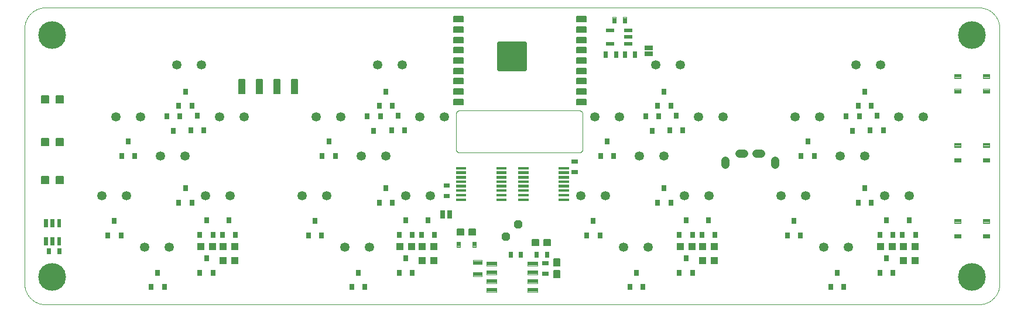
<source format=gts>
G75*
%MOIN*%
%OFA0B0*%
%FSLAX25Y25*%
%IPPOS*%
%LPD*%
%AMOC8*
5,1,8,0,0,1.08239X$1,22.5*
%
%ADD10C,0.00197*%
%ADD11C,0.11811*%
%ADD12C,0.00210*%
%ADD13C,0.00354*%
%ADD14C,0.05315*%
%ADD15R,0.04331X0.03937*%
%ADD16R,0.03150X0.03543*%
%ADD17C,0.00531*%
%ADD18C,0.02569*%
%ADD19C,0.00390*%
%ADD20C,0.00325*%
%ADD21C,0.00709*%
%ADD22C,0.00413*%
%ADD23C,0.00591*%
%ADD24C,0.00372*%
%ADD25OC8,0.04800*%
%ADD26R,0.02500X0.05000*%
%ADD27C,0.00384*%
%ADD28C,0.04724*%
%ADD29R,0.04724X0.02165*%
%ADD30R,0.05000X0.02500*%
%ADD31C,0.15811*%
D10*
X0036217Y0015280D02*
X0567713Y0015280D01*
X0567998Y0015283D01*
X0568284Y0015294D01*
X0568569Y0015311D01*
X0568853Y0015335D01*
X0569137Y0015366D01*
X0569420Y0015404D01*
X0569701Y0015449D01*
X0569982Y0015500D01*
X0570262Y0015558D01*
X0570540Y0015623D01*
X0570816Y0015695D01*
X0571090Y0015773D01*
X0571363Y0015858D01*
X0571633Y0015950D01*
X0571901Y0016048D01*
X0572167Y0016152D01*
X0572430Y0016263D01*
X0572690Y0016380D01*
X0572948Y0016503D01*
X0573202Y0016633D01*
X0573453Y0016769D01*
X0573701Y0016910D01*
X0573945Y0017058D01*
X0574186Y0017211D01*
X0574422Y0017371D01*
X0574655Y0017536D01*
X0574884Y0017706D01*
X0575109Y0017882D01*
X0575329Y0018064D01*
X0575545Y0018250D01*
X0575756Y0018442D01*
X0575963Y0018639D01*
X0576165Y0018841D01*
X0576362Y0019048D01*
X0576554Y0019259D01*
X0576740Y0019475D01*
X0576922Y0019695D01*
X0577098Y0019920D01*
X0577268Y0020149D01*
X0577433Y0020382D01*
X0577593Y0020618D01*
X0577746Y0020859D01*
X0577894Y0021103D01*
X0578035Y0021351D01*
X0578171Y0021602D01*
X0578301Y0021856D01*
X0578424Y0022114D01*
X0578541Y0022374D01*
X0578652Y0022637D01*
X0578756Y0022903D01*
X0578854Y0023171D01*
X0578946Y0023441D01*
X0579031Y0023714D01*
X0579109Y0023988D01*
X0579181Y0024264D01*
X0579246Y0024542D01*
X0579304Y0024822D01*
X0579355Y0025103D01*
X0579400Y0025384D01*
X0579438Y0025667D01*
X0579469Y0025951D01*
X0579493Y0026235D01*
X0579510Y0026520D01*
X0579521Y0026806D01*
X0579524Y0027091D01*
X0579524Y0172760D01*
X0579521Y0173045D01*
X0579510Y0173331D01*
X0579493Y0173616D01*
X0579469Y0173900D01*
X0579438Y0174184D01*
X0579400Y0174467D01*
X0579355Y0174748D01*
X0579304Y0175029D01*
X0579246Y0175309D01*
X0579181Y0175587D01*
X0579109Y0175863D01*
X0579031Y0176137D01*
X0578946Y0176410D01*
X0578854Y0176680D01*
X0578756Y0176948D01*
X0578652Y0177214D01*
X0578541Y0177477D01*
X0578424Y0177737D01*
X0578301Y0177995D01*
X0578171Y0178249D01*
X0578035Y0178500D01*
X0577894Y0178748D01*
X0577746Y0178992D01*
X0577593Y0179233D01*
X0577433Y0179469D01*
X0577268Y0179702D01*
X0577098Y0179931D01*
X0576922Y0180156D01*
X0576740Y0180376D01*
X0576554Y0180592D01*
X0576362Y0180803D01*
X0576165Y0181010D01*
X0575963Y0181212D01*
X0575756Y0181409D01*
X0575545Y0181601D01*
X0575329Y0181787D01*
X0575109Y0181969D01*
X0574884Y0182145D01*
X0574655Y0182315D01*
X0574422Y0182480D01*
X0574186Y0182640D01*
X0573945Y0182793D01*
X0573701Y0182941D01*
X0573453Y0183082D01*
X0573202Y0183218D01*
X0572948Y0183348D01*
X0572690Y0183471D01*
X0572430Y0183588D01*
X0572167Y0183699D01*
X0571901Y0183803D01*
X0571633Y0183901D01*
X0571363Y0183993D01*
X0571090Y0184078D01*
X0570816Y0184156D01*
X0570540Y0184228D01*
X0570262Y0184293D01*
X0569982Y0184351D01*
X0569701Y0184402D01*
X0569420Y0184447D01*
X0569137Y0184485D01*
X0568853Y0184516D01*
X0568569Y0184540D01*
X0568284Y0184557D01*
X0567998Y0184568D01*
X0567713Y0184571D01*
X0036217Y0184571D01*
X0035932Y0184568D01*
X0035646Y0184557D01*
X0035361Y0184540D01*
X0035077Y0184516D01*
X0034793Y0184485D01*
X0034510Y0184447D01*
X0034229Y0184402D01*
X0033948Y0184351D01*
X0033668Y0184293D01*
X0033390Y0184228D01*
X0033114Y0184156D01*
X0032840Y0184078D01*
X0032567Y0183993D01*
X0032297Y0183901D01*
X0032029Y0183803D01*
X0031763Y0183699D01*
X0031500Y0183588D01*
X0031240Y0183471D01*
X0030982Y0183348D01*
X0030728Y0183218D01*
X0030477Y0183082D01*
X0030229Y0182941D01*
X0029985Y0182793D01*
X0029744Y0182640D01*
X0029508Y0182480D01*
X0029275Y0182315D01*
X0029046Y0182145D01*
X0028821Y0181969D01*
X0028601Y0181787D01*
X0028385Y0181601D01*
X0028174Y0181409D01*
X0027967Y0181212D01*
X0027765Y0181010D01*
X0027568Y0180803D01*
X0027376Y0180592D01*
X0027190Y0180376D01*
X0027008Y0180156D01*
X0026832Y0179931D01*
X0026662Y0179702D01*
X0026497Y0179469D01*
X0026337Y0179233D01*
X0026184Y0178992D01*
X0026036Y0178748D01*
X0025895Y0178500D01*
X0025759Y0178249D01*
X0025629Y0177995D01*
X0025506Y0177737D01*
X0025389Y0177477D01*
X0025278Y0177214D01*
X0025174Y0176948D01*
X0025076Y0176680D01*
X0024984Y0176410D01*
X0024899Y0176137D01*
X0024821Y0175863D01*
X0024749Y0175587D01*
X0024684Y0175309D01*
X0024626Y0175029D01*
X0024575Y0174748D01*
X0024530Y0174467D01*
X0024492Y0174184D01*
X0024461Y0173900D01*
X0024437Y0173616D01*
X0024420Y0173331D01*
X0024409Y0173045D01*
X0024406Y0172760D01*
X0024406Y0027091D01*
X0024409Y0026806D01*
X0024420Y0026520D01*
X0024437Y0026235D01*
X0024461Y0025951D01*
X0024492Y0025667D01*
X0024530Y0025384D01*
X0024575Y0025103D01*
X0024626Y0024822D01*
X0024684Y0024542D01*
X0024749Y0024264D01*
X0024821Y0023988D01*
X0024899Y0023714D01*
X0024984Y0023441D01*
X0025076Y0023171D01*
X0025174Y0022903D01*
X0025278Y0022637D01*
X0025389Y0022374D01*
X0025506Y0022114D01*
X0025629Y0021856D01*
X0025759Y0021602D01*
X0025895Y0021351D01*
X0026036Y0021103D01*
X0026184Y0020859D01*
X0026337Y0020618D01*
X0026497Y0020382D01*
X0026662Y0020149D01*
X0026832Y0019920D01*
X0027008Y0019695D01*
X0027190Y0019475D01*
X0027376Y0019259D01*
X0027568Y0019048D01*
X0027765Y0018841D01*
X0027967Y0018639D01*
X0028174Y0018442D01*
X0028385Y0018250D01*
X0028601Y0018064D01*
X0028821Y0017882D01*
X0029046Y0017706D01*
X0029275Y0017536D01*
X0029508Y0017371D01*
X0029744Y0017211D01*
X0029985Y0017058D01*
X0030229Y0016910D01*
X0030477Y0016769D01*
X0030728Y0016633D01*
X0030982Y0016503D01*
X0031240Y0016380D01*
X0031500Y0016263D01*
X0031763Y0016152D01*
X0032029Y0016048D01*
X0032297Y0015950D01*
X0032567Y0015858D01*
X0032840Y0015773D01*
X0033114Y0015695D01*
X0033390Y0015623D01*
X0033668Y0015558D01*
X0033948Y0015500D01*
X0034229Y0015449D01*
X0034510Y0015404D01*
X0034793Y0015366D01*
X0035077Y0015335D01*
X0035361Y0015311D01*
X0035646Y0015294D01*
X0035932Y0015283D01*
X0036217Y0015280D01*
X0272044Y0101894D02*
X0340154Y0101894D01*
X0340154Y0101893D02*
X0340240Y0101895D01*
X0340326Y0101900D01*
X0340411Y0101910D01*
X0340496Y0101923D01*
X0340580Y0101940D01*
X0340664Y0101960D01*
X0340746Y0101984D01*
X0340827Y0102012D01*
X0340908Y0102043D01*
X0340986Y0102077D01*
X0341063Y0102115D01*
X0341139Y0102157D01*
X0341212Y0102201D01*
X0341283Y0102249D01*
X0341353Y0102300D01*
X0341420Y0102354D01*
X0341484Y0102410D01*
X0341546Y0102470D01*
X0341606Y0102532D01*
X0341662Y0102596D01*
X0341716Y0102663D01*
X0341767Y0102733D01*
X0341815Y0102804D01*
X0341859Y0102878D01*
X0341901Y0102953D01*
X0341939Y0103030D01*
X0341973Y0103108D01*
X0342004Y0103189D01*
X0342032Y0103270D01*
X0342056Y0103352D01*
X0342076Y0103436D01*
X0342093Y0103520D01*
X0342106Y0103605D01*
X0342116Y0103690D01*
X0342121Y0103776D01*
X0342123Y0103862D01*
X0342123Y0123941D01*
X0342121Y0124027D01*
X0342116Y0124113D01*
X0342106Y0124198D01*
X0342093Y0124283D01*
X0342076Y0124367D01*
X0342056Y0124451D01*
X0342032Y0124533D01*
X0342004Y0124614D01*
X0341973Y0124695D01*
X0341939Y0124773D01*
X0341901Y0124850D01*
X0341859Y0124926D01*
X0341815Y0124999D01*
X0341767Y0125070D01*
X0341716Y0125140D01*
X0341662Y0125207D01*
X0341606Y0125271D01*
X0341546Y0125333D01*
X0341484Y0125393D01*
X0341420Y0125449D01*
X0341353Y0125503D01*
X0341283Y0125554D01*
X0341212Y0125602D01*
X0341139Y0125646D01*
X0341063Y0125688D01*
X0340986Y0125726D01*
X0340908Y0125760D01*
X0340827Y0125791D01*
X0340746Y0125819D01*
X0340664Y0125843D01*
X0340580Y0125863D01*
X0340496Y0125880D01*
X0340411Y0125893D01*
X0340326Y0125903D01*
X0340240Y0125908D01*
X0340154Y0125910D01*
X0340154Y0125909D02*
X0272044Y0125909D01*
X0272044Y0125910D02*
X0271958Y0125908D01*
X0271872Y0125903D01*
X0271787Y0125893D01*
X0271702Y0125880D01*
X0271618Y0125863D01*
X0271534Y0125843D01*
X0271452Y0125819D01*
X0271371Y0125791D01*
X0271290Y0125760D01*
X0271212Y0125726D01*
X0271135Y0125688D01*
X0271060Y0125646D01*
X0270986Y0125602D01*
X0270915Y0125554D01*
X0270845Y0125503D01*
X0270778Y0125449D01*
X0270714Y0125393D01*
X0270652Y0125333D01*
X0270592Y0125271D01*
X0270536Y0125207D01*
X0270482Y0125140D01*
X0270431Y0125070D01*
X0270383Y0124999D01*
X0270339Y0124926D01*
X0270297Y0124850D01*
X0270259Y0124773D01*
X0270225Y0124695D01*
X0270194Y0124614D01*
X0270166Y0124533D01*
X0270142Y0124451D01*
X0270122Y0124367D01*
X0270105Y0124283D01*
X0270092Y0124198D01*
X0270082Y0124113D01*
X0270077Y0124027D01*
X0270075Y0123941D01*
X0270075Y0103862D01*
X0270077Y0103776D01*
X0270082Y0103690D01*
X0270092Y0103605D01*
X0270105Y0103520D01*
X0270122Y0103436D01*
X0270142Y0103352D01*
X0270166Y0103270D01*
X0270194Y0103189D01*
X0270225Y0103108D01*
X0270259Y0103030D01*
X0270297Y0102953D01*
X0270339Y0102878D01*
X0270383Y0102804D01*
X0270431Y0102733D01*
X0270482Y0102663D01*
X0270536Y0102596D01*
X0270592Y0102532D01*
X0270652Y0102470D01*
X0270714Y0102410D01*
X0270778Y0102354D01*
X0270845Y0102300D01*
X0270915Y0102249D01*
X0270986Y0102201D01*
X0271060Y0102157D01*
X0271135Y0102115D01*
X0271212Y0102077D01*
X0271290Y0102043D01*
X0271371Y0102012D01*
X0271452Y0101984D01*
X0271534Y0101960D01*
X0271618Y0101940D01*
X0271702Y0101923D01*
X0271787Y0101910D01*
X0271872Y0101900D01*
X0271958Y0101895D01*
X0272044Y0101893D01*
D11*
X0040154Y0168823D03*
X0040154Y0031028D03*
X0563776Y0031028D03*
X0563776Y0168823D03*
D12*
X0333977Y0092582D02*
X0328387Y0092582D01*
X0328387Y0093772D01*
X0333977Y0093772D01*
X0333977Y0092582D01*
X0333977Y0092781D02*
X0328387Y0092781D01*
X0328387Y0092980D02*
X0333977Y0092980D01*
X0333977Y0093179D02*
X0328387Y0093179D01*
X0328387Y0093378D02*
X0333977Y0093378D01*
X0333977Y0093577D02*
X0328387Y0093577D01*
X0328387Y0089982D02*
X0333977Y0089982D01*
X0328387Y0089982D02*
X0328387Y0091172D01*
X0333977Y0091172D01*
X0333977Y0089982D01*
X0333977Y0090181D02*
X0328387Y0090181D01*
X0328387Y0090380D02*
X0333977Y0090380D01*
X0333977Y0090579D02*
X0328387Y0090579D01*
X0328387Y0090778D02*
X0333977Y0090778D01*
X0333977Y0090977D02*
X0328387Y0090977D01*
X0328387Y0087382D02*
X0333977Y0087382D01*
X0328387Y0087382D02*
X0328387Y0088572D01*
X0333977Y0088572D01*
X0333977Y0087382D01*
X0333977Y0087581D02*
X0328387Y0087581D01*
X0328387Y0087780D02*
X0333977Y0087780D01*
X0333977Y0087979D02*
X0328387Y0087979D01*
X0328387Y0088178D02*
X0333977Y0088178D01*
X0333977Y0088377D02*
X0328387Y0088377D01*
X0328387Y0084882D02*
X0333977Y0084882D01*
X0328387Y0084882D02*
X0328387Y0086072D01*
X0333977Y0086072D01*
X0333977Y0084882D01*
X0333977Y0085081D02*
X0328387Y0085081D01*
X0328387Y0085280D02*
X0333977Y0085280D01*
X0333977Y0085479D02*
X0328387Y0085479D01*
X0328387Y0085678D02*
X0333977Y0085678D01*
X0333977Y0085877D02*
X0328387Y0085877D01*
X0328387Y0082282D02*
X0333977Y0082282D01*
X0328387Y0082282D02*
X0328387Y0083472D01*
X0333977Y0083472D01*
X0333977Y0082282D01*
X0333977Y0082481D02*
X0328387Y0082481D01*
X0328387Y0082680D02*
X0333977Y0082680D01*
X0333977Y0082879D02*
X0328387Y0082879D01*
X0328387Y0083078D02*
X0333977Y0083078D01*
X0333977Y0083277D02*
X0328387Y0083277D01*
X0328387Y0079782D02*
X0333977Y0079782D01*
X0328387Y0079782D02*
X0328387Y0080972D01*
X0333977Y0080972D01*
X0333977Y0079782D01*
X0333977Y0079981D02*
X0328387Y0079981D01*
X0328387Y0080180D02*
X0333977Y0080180D01*
X0333977Y0080379D02*
X0328387Y0080379D01*
X0328387Y0080578D02*
X0333977Y0080578D01*
X0333977Y0080777D02*
X0328387Y0080777D01*
X0328387Y0077182D02*
X0333977Y0077182D01*
X0328387Y0077182D02*
X0328387Y0078372D01*
X0333977Y0078372D01*
X0333977Y0077182D01*
X0333977Y0077381D02*
X0328387Y0077381D01*
X0328387Y0077580D02*
X0333977Y0077580D01*
X0333977Y0077779D02*
X0328387Y0077779D01*
X0328387Y0077978D02*
X0333977Y0077978D01*
X0333977Y0078177D02*
X0328387Y0078177D01*
X0328387Y0074582D02*
X0333977Y0074582D01*
X0328387Y0074582D02*
X0328387Y0075772D01*
X0333977Y0075772D01*
X0333977Y0074582D01*
X0333977Y0074781D02*
X0328387Y0074781D01*
X0328387Y0074980D02*
X0333977Y0074980D01*
X0333977Y0075179D02*
X0328387Y0075179D01*
X0328387Y0075378D02*
X0333977Y0075378D01*
X0333977Y0075577D02*
X0328387Y0075577D01*
X0310977Y0074582D02*
X0305387Y0074582D01*
X0305387Y0075772D01*
X0310977Y0075772D01*
X0310977Y0074582D01*
X0310977Y0074781D02*
X0305387Y0074781D01*
X0305387Y0074980D02*
X0310977Y0074980D01*
X0310977Y0075179D02*
X0305387Y0075179D01*
X0305387Y0075378D02*
X0310977Y0075378D01*
X0310977Y0075577D02*
X0305387Y0075577D01*
X0305387Y0077182D02*
X0310977Y0077182D01*
X0305387Y0077182D02*
X0305387Y0078372D01*
X0310977Y0078372D01*
X0310977Y0077182D01*
X0310977Y0077381D02*
X0305387Y0077381D01*
X0305387Y0077580D02*
X0310977Y0077580D01*
X0310977Y0077779D02*
X0305387Y0077779D01*
X0305387Y0077978D02*
X0310977Y0077978D01*
X0310977Y0078177D02*
X0305387Y0078177D01*
X0305387Y0079782D02*
X0310977Y0079782D01*
X0305387Y0079782D02*
X0305387Y0080972D01*
X0310977Y0080972D01*
X0310977Y0079782D01*
X0310977Y0079981D02*
X0305387Y0079981D01*
X0305387Y0080180D02*
X0310977Y0080180D01*
X0310977Y0080379D02*
X0305387Y0080379D01*
X0305387Y0080578D02*
X0310977Y0080578D01*
X0310977Y0080777D02*
X0305387Y0080777D01*
X0305387Y0082282D02*
X0310977Y0082282D01*
X0305387Y0082282D02*
X0305387Y0083472D01*
X0310977Y0083472D01*
X0310977Y0082282D01*
X0310977Y0082481D02*
X0305387Y0082481D01*
X0305387Y0082680D02*
X0310977Y0082680D01*
X0310977Y0082879D02*
X0305387Y0082879D01*
X0305387Y0083078D02*
X0310977Y0083078D01*
X0310977Y0083277D02*
X0305387Y0083277D01*
X0305387Y0084882D02*
X0310977Y0084882D01*
X0305387Y0084882D02*
X0305387Y0086072D01*
X0310977Y0086072D01*
X0310977Y0084882D01*
X0310977Y0085081D02*
X0305387Y0085081D01*
X0305387Y0085280D02*
X0310977Y0085280D01*
X0310977Y0085479D02*
X0305387Y0085479D01*
X0305387Y0085678D02*
X0310977Y0085678D01*
X0310977Y0085877D02*
X0305387Y0085877D01*
X0305387Y0087382D02*
X0310977Y0087382D01*
X0305387Y0087382D02*
X0305387Y0088572D01*
X0310977Y0088572D01*
X0310977Y0087382D01*
X0310977Y0087581D02*
X0305387Y0087581D01*
X0305387Y0087780D02*
X0310977Y0087780D01*
X0310977Y0087979D02*
X0305387Y0087979D01*
X0305387Y0088178D02*
X0310977Y0088178D01*
X0310977Y0088377D02*
X0305387Y0088377D01*
X0305387Y0089982D02*
X0310977Y0089982D01*
X0305387Y0089982D02*
X0305387Y0091172D01*
X0310977Y0091172D01*
X0310977Y0089982D01*
X0310977Y0090181D02*
X0305387Y0090181D01*
X0305387Y0090380D02*
X0310977Y0090380D01*
X0310977Y0090579D02*
X0305387Y0090579D01*
X0305387Y0090778D02*
X0310977Y0090778D01*
X0310977Y0090977D02*
X0305387Y0090977D01*
X0305387Y0092582D02*
X0310977Y0092582D01*
X0305387Y0092582D02*
X0305387Y0093772D01*
X0310977Y0093772D01*
X0310977Y0092582D01*
X0310977Y0092781D02*
X0305387Y0092781D01*
X0305387Y0092980D02*
X0310977Y0092980D01*
X0310977Y0093179D02*
X0305387Y0093179D01*
X0305387Y0093378D02*
X0310977Y0093378D01*
X0310977Y0093577D02*
X0305387Y0093577D01*
X0298544Y0093772D02*
X0292954Y0093772D01*
X0298544Y0093772D02*
X0298544Y0092582D01*
X0292954Y0092582D01*
X0292954Y0093772D01*
X0292954Y0092781D02*
X0298544Y0092781D01*
X0298544Y0092980D02*
X0292954Y0092980D01*
X0292954Y0093179D02*
X0298544Y0093179D01*
X0298544Y0093378D02*
X0292954Y0093378D01*
X0292954Y0093577D02*
X0298544Y0093577D01*
X0298544Y0091172D02*
X0292954Y0091172D01*
X0298544Y0091172D02*
X0298544Y0089982D01*
X0292954Y0089982D01*
X0292954Y0091172D01*
X0292954Y0090181D02*
X0298544Y0090181D01*
X0298544Y0090380D02*
X0292954Y0090380D01*
X0292954Y0090579D02*
X0298544Y0090579D01*
X0298544Y0090778D02*
X0292954Y0090778D01*
X0292954Y0090977D02*
X0298544Y0090977D01*
X0298544Y0088572D02*
X0292954Y0088572D01*
X0298544Y0088572D02*
X0298544Y0087382D01*
X0292954Y0087382D01*
X0292954Y0088572D01*
X0292954Y0087581D02*
X0298544Y0087581D01*
X0298544Y0087780D02*
X0292954Y0087780D01*
X0292954Y0087979D02*
X0298544Y0087979D01*
X0298544Y0088178D02*
X0292954Y0088178D01*
X0292954Y0088377D02*
X0298544Y0088377D01*
X0298544Y0086072D02*
X0292954Y0086072D01*
X0298544Y0086072D02*
X0298544Y0084882D01*
X0292954Y0084882D01*
X0292954Y0086072D01*
X0292954Y0085081D02*
X0298544Y0085081D01*
X0298544Y0085280D02*
X0292954Y0085280D01*
X0292954Y0085479D02*
X0298544Y0085479D01*
X0298544Y0085678D02*
X0292954Y0085678D01*
X0292954Y0085877D02*
X0298544Y0085877D01*
X0298544Y0083472D02*
X0292954Y0083472D01*
X0298544Y0083472D02*
X0298544Y0082282D01*
X0292954Y0082282D01*
X0292954Y0083472D01*
X0292954Y0082481D02*
X0298544Y0082481D01*
X0298544Y0082680D02*
X0292954Y0082680D01*
X0292954Y0082879D02*
X0298544Y0082879D01*
X0298544Y0083078D02*
X0292954Y0083078D01*
X0292954Y0083277D02*
X0298544Y0083277D01*
X0298544Y0080972D02*
X0292954Y0080972D01*
X0298544Y0080972D02*
X0298544Y0079782D01*
X0292954Y0079782D01*
X0292954Y0080972D01*
X0292954Y0079981D02*
X0298544Y0079981D01*
X0298544Y0080180D02*
X0292954Y0080180D01*
X0292954Y0080379D02*
X0298544Y0080379D01*
X0298544Y0080578D02*
X0292954Y0080578D01*
X0292954Y0080777D02*
X0298544Y0080777D01*
X0298544Y0078372D02*
X0292954Y0078372D01*
X0298544Y0078372D02*
X0298544Y0077182D01*
X0292954Y0077182D01*
X0292954Y0078372D01*
X0292954Y0077381D02*
X0298544Y0077381D01*
X0298544Y0077580D02*
X0292954Y0077580D01*
X0292954Y0077779D02*
X0298544Y0077779D01*
X0298544Y0077978D02*
X0292954Y0077978D01*
X0292954Y0078177D02*
X0298544Y0078177D01*
X0298544Y0075772D02*
X0292954Y0075772D01*
X0298544Y0075772D02*
X0298544Y0074582D01*
X0292954Y0074582D01*
X0292954Y0075772D01*
X0292954Y0074781D02*
X0298544Y0074781D01*
X0298544Y0074980D02*
X0292954Y0074980D01*
X0292954Y0075179D02*
X0298544Y0075179D01*
X0298544Y0075378D02*
X0292954Y0075378D01*
X0292954Y0075577D02*
X0298544Y0075577D01*
X0275544Y0075772D02*
X0269954Y0075772D01*
X0275544Y0075772D02*
X0275544Y0074582D01*
X0269954Y0074582D01*
X0269954Y0075772D01*
X0269954Y0074781D02*
X0275544Y0074781D01*
X0275544Y0074980D02*
X0269954Y0074980D01*
X0269954Y0075179D02*
X0275544Y0075179D01*
X0275544Y0075378D02*
X0269954Y0075378D01*
X0269954Y0075577D02*
X0275544Y0075577D01*
X0275544Y0078372D02*
X0269954Y0078372D01*
X0275544Y0078372D02*
X0275544Y0077182D01*
X0269954Y0077182D01*
X0269954Y0078372D01*
X0269954Y0077381D02*
X0275544Y0077381D01*
X0275544Y0077580D02*
X0269954Y0077580D01*
X0269954Y0077779D02*
X0275544Y0077779D01*
X0275544Y0077978D02*
X0269954Y0077978D01*
X0269954Y0078177D02*
X0275544Y0078177D01*
X0275544Y0080972D02*
X0269954Y0080972D01*
X0275544Y0080972D02*
X0275544Y0079782D01*
X0269954Y0079782D01*
X0269954Y0080972D01*
X0269954Y0079981D02*
X0275544Y0079981D01*
X0275544Y0080180D02*
X0269954Y0080180D01*
X0269954Y0080379D02*
X0275544Y0080379D01*
X0275544Y0080578D02*
X0269954Y0080578D01*
X0269954Y0080777D02*
X0275544Y0080777D01*
X0275544Y0083472D02*
X0269954Y0083472D01*
X0275544Y0083472D02*
X0275544Y0082282D01*
X0269954Y0082282D01*
X0269954Y0083472D01*
X0269954Y0082481D02*
X0275544Y0082481D01*
X0275544Y0082680D02*
X0269954Y0082680D01*
X0269954Y0082879D02*
X0275544Y0082879D01*
X0275544Y0083078D02*
X0269954Y0083078D01*
X0269954Y0083277D02*
X0275544Y0083277D01*
X0275544Y0086072D02*
X0269954Y0086072D01*
X0275544Y0086072D02*
X0275544Y0084882D01*
X0269954Y0084882D01*
X0269954Y0086072D01*
X0269954Y0085081D02*
X0275544Y0085081D01*
X0275544Y0085280D02*
X0269954Y0085280D01*
X0269954Y0085479D02*
X0275544Y0085479D01*
X0275544Y0085678D02*
X0269954Y0085678D01*
X0269954Y0085877D02*
X0275544Y0085877D01*
X0275544Y0088572D02*
X0269954Y0088572D01*
X0275544Y0088572D02*
X0275544Y0087382D01*
X0269954Y0087382D01*
X0269954Y0088572D01*
X0269954Y0087581D02*
X0275544Y0087581D01*
X0275544Y0087780D02*
X0269954Y0087780D01*
X0269954Y0087979D02*
X0275544Y0087979D01*
X0275544Y0088178D02*
X0269954Y0088178D01*
X0269954Y0088377D02*
X0275544Y0088377D01*
X0275544Y0091172D02*
X0269954Y0091172D01*
X0275544Y0091172D02*
X0275544Y0089982D01*
X0269954Y0089982D01*
X0269954Y0091172D01*
X0269954Y0090181D02*
X0275544Y0090181D01*
X0275544Y0090380D02*
X0269954Y0090380D01*
X0269954Y0090579D02*
X0275544Y0090579D01*
X0275544Y0090778D02*
X0269954Y0090778D01*
X0269954Y0090977D02*
X0275544Y0090977D01*
X0275544Y0093772D02*
X0269954Y0093772D01*
X0275544Y0093772D02*
X0275544Y0092582D01*
X0269954Y0092582D01*
X0269954Y0093772D01*
X0269954Y0092781D02*
X0275544Y0092781D01*
X0275544Y0092980D02*
X0269954Y0092980D01*
X0269954Y0093179D02*
X0275544Y0093179D01*
X0275544Y0093378D02*
X0269954Y0093378D01*
X0269954Y0093577D02*
X0275544Y0093577D01*
D13*
X0266158Y0084197D02*
X0266158Y0082189D01*
X0262970Y0082189D01*
X0262970Y0084197D01*
X0266158Y0084197D01*
X0266158Y0082525D02*
X0262970Y0082525D01*
X0262970Y0082861D02*
X0266158Y0082861D01*
X0266158Y0083197D02*
X0262970Y0083197D01*
X0262970Y0083533D02*
X0266158Y0083533D01*
X0266158Y0083869D02*
X0262970Y0083869D01*
X0266158Y0078291D02*
X0266158Y0076283D01*
X0262970Y0076283D01*
X0262970Y0078291D01*
X0266158Y0078291D01*
X0266158Y0076619D02*
X0262970Y0076619D01*
X0262970Y0076955D02*
X0266158Y0076955D01*
X0266158Y0077291D02*
X0262970Y0077291D01*
X0262970Y0077627D02*
X0266158Y0077627D01*
X0266158Y0077963D02*
X0262970Y0077963D01*
X0335804Y0090063D02*
X0335804Y0092071D01*
X0338992Y0092071D01*
X0338992Y0090063D01*
X0335804Y0090063D01*
X0335804Y0090399D02*
X0338992Y0090399D01*
X0338992Y0090735D02*
X0335804Y0090735D01*
X0335804Y0091071D02*
X0338992Y0091071D01*
X0338992Y0091407D02*
X0335804Y0091407D01*
X0335804Y0091743D02*
X0338992Y0091743D01*
X0335804Y0095968D02*
X0335804Y0097976D01*
X0338992Y0097976D01*
X0338992Y0095968D01*
X0335804Y0095968D01*
X0335804Y0096304D02*
X0338992Y0096304D01*
X0338992Y0096640D02*
X0335804Y0096640D01*
X0335804Y0096976D02*
X0338992Y0096976D01*
X0338992Y0097312D02*
X0335804Y0097312D01*
X0335804Y0097648D02*
X0338992Y0097648D01*
X0322654Y0042229D02*
X0320646Y0042229D01*
X0320646Y0045417D01*
X0322654Y0045417D01*
X0322654Y0042229D01*
X0322654Y0042565D02*
X0320646Y0042565D01*
X0320646Y0042901D02*
X0322654Y0042901D01*
X0322654Y0043237D02*
X0320646Y0043237D01*
X0320646Y0043573D02*
X0322654Y0043573D01*
X0322654Y0043909D02*
X0320646Y0043909D01*
X0320646Y0044245D02*
X0322654Y0044245D01*
X0322654Y0044581D02*
X0320646Y0044581D01*
X0320646Y0044917D02*
X0322654Y0044917D01*
X0322654Y0045253D02*
X0320646Y0045253D01*
X0316749Y0042229D02*
X0314741Y0042229D01*
X0314741Y0045417D01*
X0316749Y0045417D01*
X0316749Y0042229D01*
X0316749Y0042565D02*
X0314741Y0042565D01*
X0314741Y0042901D02*
X0316749Y0042901D01*
X0316749Y0043237D02*
X0314741Y0043237D01*
X0314741Y0043573D02*
X0316749Y0043573D01*
X0316749Y0043909D02*
X0314741Y0043909D01*
X0314741Y0044245D02*
X0316749Y0044245D01*
X0316749Y0044581D02*
X0314741Y0044581D01*
X0314741Y0044917D02*
X0316749Y0044917D01*
X0316749Y0045253D02*
X0314741Y0045253D01*
X0307890Y0042229D02*
X0305882Y0042229D01*
X0305882Y0045417D01*
X0307890Y0045417D01*
X0307890Y0042229D01*
X0307890Y0042565D02*
X0305882Y0042565D01*
X0305882Y0042901D02*
X0307890Y0042901D01*
X0307890Y0043237D02*
X0305882Y0043237D01*
X0305882Y0043573D02*
X0307890Y0043573D01*
X0307890Y0043909D02*
X0305882Y0043909D01*
X0305882Y0044245D02*
X0307890Y0044245D01*
X0307890Y0044581D02*
X0305882Y0044581D01*
X0305882Y0044917D02*
X0307890Y0044917D01*
X0307890Y0045253D02*
X0305882Y0045253D01*
X0301985Y0042229D02*
X0299977Y0042229D01*
X0299977Y0045417D01*
X0301985Y0045417D01*
X0301985Y0042229D01*
X0301985Y0042565D02*
X0299977Y0042565D01*
X0299977Y0042901D02*
X0301985Y0042901D01*
X0301985Y0043237D02*
X0299977Y0043237D01*
X0299977Y0043573D02*
X0301985Y0043573D01*
X0301985Y0043909D02*
X0299977Y0043909D01*
X0299977Y0044245D02*
X0301985Y0044245D01*
X0301985Y0044581D02*
X0299977Y0044581D01*
X0299977Y0044917D02*
X0301985Y0044917D01*
X0301985Y0045253D02*
X0299977Y0045253D01*
X0319072Y0039906D02*
X0319072Y0037898D01*
X0319072Y0039906D02*
X0322260Y0039906D01*
X0322260Y0037898D01*
X0319072Y0037898D01*
X0319072Y0038234D02*
X0322260Y0038234D01*
X0322260Y0038570D02*
X0319072Y0038570D01*
X0319072Y0038906D02*
X0322260Y0038906D01*
X0322260Y0039242D02*
X0319072Y0039242D01*
X0319072Y0039578D02*
X0322260Y0039578D01*
X0319072Y0034000D02*
X0319072Y0031992D01*
X0319072Y0034000D02*
X0322260Y0034000D01*
X0322260Y0031992D01*
X0319072Y0031992D01*
X0319072Y0032328D02*
X0322260Y0032328D01*
X0322260Y0032664D02*
X0319072Y0032664D01*
X0319072Y0033000D02*
X0322260Y0033000D01*
X0322260Y0033336D02*
X0319072Y0033336D01*
X0319072Y0033672D02*
X0322260Y0033672D01*
X0045095Y0047385D02*
X0043087Y0047385D01*
X0045095Y0047385D02*
X0045095Y0044197D01*
X0043087Y0044197D01*
X0043087Y0047385D01*
X0043087Y0044533D02*
X0045095Y0044533D01*
X0045095Y0044869D02*
X0043087Y0044869D01*
X0043087Y0045205D02*
X0045095Y0045205D01*
X0045095Y0045541D02*
X0043087Y0045541D01*
X0043087Y0045877D02*
X0045095Y0045877D01*
X0045095Y0046213D02*
X0043087Y0046213D01*
X0043087Y0046549D02*
X0045095Y0046549D01*
X0045095Y0046885D02*
X0043087Y0046885D01*
X0043087Y0047221D02*
X0045095Y0047221D01*
X0039190Y0047385D02*
X0037182Y0047385D01*
X0039190Y0047385D02*
X0039190Y0044197D01*
X0037182Y0044197D01*
X0037182Y0047385D01*
X0037182Y0044533D02*
X0039190Y0044533D01*
X0039190Y0044869D02*
X0037182Y0044869D01*
X0037182Y0045205D02*
X0039190Y0045205D01*
X0039190Y0045541D02*
X0037182Y0045541D01*
X0037182Y0045877D02*
X0039190Y0045877D01*
X0039190Y0046213D02*
X0037182Y0046213D01*
X0037182Y0046549D02*
X0039190Y0046549D01*
X0039190Y0046885D02*
X0037182Y0046885D01*
X0037182Y0047221D02*
X0039190Y0047221D01*
X0354111Y0159590D02*
X0356119Y0159590D01*
X0356119Y0156402D01*
X0354111Y0156402D01*
X0354111Y0159590D01*
X0354111Y0156738D02*
X0356119Y0156738D01*
X0356119Y0157074D02*
X0354111Y0157074D01*
X0354111Y0157410D02*
X0356119Y0157410D01*
X0356119Y0157746D02*
X0354111Y0157746D01*
X0354111Y0158082D02*
X0356119Y0158082D01*
X0356119Y0158418D02*
X0354111Y0158418D01*
X0354111Y0158754D02*
X0356119Y0158754D01*
X0356119Y0159090D02*
X0354111Y0159090D01*
X0354111Y0159426D02*
X0356119Y0159426D01*
X0360016Y0159590D02*
X0362024Y0159590D01*
X0362024Y0156402D01*
X0360016Y0156402D01*
X0360016Y0159590D01*
X0360016Y0156738D02*
X0362024Y0156738D01*
X0362024Y0157074D02*
X0360016Y0157074D01*
X0360016Y0157410D02*
X0362024Y0157410D01*
X0362024Y0157746D02*
X0360016Y0157746D01*
X0360016Y0158082D02*
X0362024Y0158082D01*
X0362024Y0158418D02*
X0360016Y0158418D01*
X0360016Y0158754D02*
X0362024Y0158754D01*
X0362024Y0159090D02*
X0360016Y0159090D01*
X0360016Y0159426D02*
X0362024Y0159426D01*
X0364938Y0156402D02*
X0366946Y0156402D01*
X0364938Y0156402D02*
X0364938Y0159590D01*
X0366946Y0159590D01*
X0366946Y0156402D01*
X0366946Y0156738D02*
X0364938Y0156738D01*
X0364938Y0157074D02*
X0366946Y0157074D01*
X0366946Y0157410D02*
X0364938Y0157410D01*
X0364938Y0157746D02*
X0366946Y0157746D01*
X0366946Y0158082D02*
X0364938Y0158082D01*
X0364938Y0158418D02*
X0366946Y0158418D01*
X0366946Y0158754D02*
X0364938Y0158754D01*
X0364938Y0159090D02*
X0366946Y0159090D01*
X0366946Y0159426D02*
X0364938Y0159426D01*
X0370843Y0156402D02*
X0372851Y0156402D01*
X0370843Y0156402D02*
X0370843Y0159590D01*
X0372851Y0159590D01*
X0372851Y0156402D01*
X0372851Y0156738D02*
X0370843Y0156738D01*
X0370843Y0157074D02*
X0372851Y0157074D01*
X0372851Y0157410D02*
X0370843Y0157410D01*
X0370843Y0157746D02*
X0372851Y0157746D01*
X0372851Y0158082D02*
X0370843Y0158082D01*
X0370843Y0158418D02*
X0372851Y0158418D01*
X0372851Y0158754D02*
X0370843Y0158754D01*
X0370843Y0159090D02*
X0372851Y0159090D01*
X0372851Y0159426D02*
X0370843Y0159426D01*
X0366946Y0176087D02*
X0364938Y0176087D01*
X0364938Y0179275D01*
X0366946Y0179275D01*
X0366946Y0176087D01*
X0366946Y0176423D02*
X0364938Y0176423D01*
X0364938Y0176759D02*
X0366946Y0176759D01*
X0366946Y0177095D02*
X0364938Y0177095D01*
X0364938Y0177431D02*
X0366946Y0177431D01*
X0366946Y0177767D02*
X0364938Y0177767D01*
X0364938Y0178103D02*
X0366946Y0178103D01*
X0366946Y0178439D02*
X0364938Y0178439D01*
X0364938Y0178775D02*
X0366946Y0178775D01*
X0366946Y0179111D02*
X0364938Y0179111D01*
X0361040Y0176087D02*
X0359032Y0176087D01*
X0359032Y0179275D01*
X0361040Y0179275D01*
X0361040Y0176087D01*
X0361040Y0176423D02*
X0359032Y0176423D01*
X0359032Y0176759D02*
X0361040Y0176759D01*
X0361040Y0177095D02*
X0359032Y0177095D01*
X0359032Y0177431D02*
X0361040Y0177431D01*
X0361040Y0177767D02*
X0359032Y0177767D01*
X0359032Y0178103D02*
X0361040Y0178103D01*
X0361040Y0178439D02*
X0359032Y0178439D01*
X0359032Y0178775D02*
X0361040Y0178775D01*
X0361040Y0179111D02*
X0359032Y0179111D01*
D14*
X0383656Y0151780D03*
X0397656Y0151780D03*
X0407956Y0122280D03*
X0421956Y0122280D03*
X0463129Y0122280D03*
X0477129Y0122280D03*
X0522129Y0122280D03*
X0536129Y0122280D03*
X0502629Y0099780D03*
X0488629Y0099780D03*
X0469129Y0077280D03*
X0455129Y0077280D03*
X0413956Y0077280D03*
X0399956Y0077280D03*
X0354956Y0077280D03*
X0340956Y0077280D03*
X0374456Y0099780D03*
X0388456Y0099780D03*
X0362956Y0122280D03*
X0348956Y0122280D03*
X0263570Y0122280D03*
X0249570Y0122280D03*
X0204570Y0122280D03*
X0190570Y0122280D03*
X0149397Y0122280D03*
X0135397Y0122280D03*
X0090397Y0122280D03*
X0076397Y0122280D03*
X0101897Y0099780D03*
X0115897Y0099780D03*
X0127397Y0077280D03*
X0141397Y0077280D03*
X0182570Y0077280D03*
X0196570Y0077280D03*
X0241570Y0077280D03*
X0255570Y0077280D03*
X0230070Y0099780D03*
X0216070Y0099780D03*
X0082397Y0077280D03*
X0068397Y0077280D03*
X0092697Y0047780D03*
X0106697Y0047780D03*
X0206870Y0047780D03*
X0220870Y0047780D03*
X0365256Y0047780D03*
X0379256Y0047780D03*
X0479429Y0047780D03*
X0493429Y0047780D03*
X0514129Y0077280D03*
X0528129Y0077280D03*
X0511829Y0151780D03*
X0497829Y0151780D03*
X0239270Y0151780D03*
X0225270Y0151780D03*
X0125097Y0151780D03*
X0111097Y0151780D03*
D15*
X0124603Y0048154D03*
X0131296Y0048154D03*
X0137398Y0048154D03*
X0144091Y0048154D03*
X0144091Y0040280D03*
X0137398Y0040280D03*
X0237989Y0048154D03*
X0244682Y0048154D03*
X0250784Y0048154D03*
X0257477Y0048154D03*
X0257477Y0040280D03*
X0250784Y0040280D03*
X0397635Y0048154D03*
X0404327Y0048154D03*
X0410430Y0048154D03*
X0417123Y0048154D03*
X0417123Y0040280D03*
X0410430Y0040280D03*
X0511808Y0048154D03*
X0518501Y0048154D03*
X0524603Y0048154D03*
X0531296Y0048154D03*
X0531296Y0040280D03*
X0524603Y0040280D03*
D16*
X0515154Y0041657D03*
X0511414Y0033390D03*
X0518894Y0033390D03*
X0490745Y0025122D03*
X0483264Y0025122D03*
X0487005Y0033390D03*
X0466138Y0054650D03*
X0458658Y0054650D03*
X0462398Y0062917D03*
X0499012Y0073350D03*
X0506493Y0073350D03*
X0502753Y0081618D03*
X0474012Y0099925D03*
X0466532Y0099925D03*
X0470272Y0108193D03*
X0495863Y0114295D03*
X0505902Y0114689D03*
X0513383Y0114689D03*
X0509642Y0122957D03*
X0499603Y0122563D03*
X0492123Y0122563D03*
X0499012Y0128469D03*
X0506493Y0128469D03*
X0502753Y0136736D03*
X0399209Y0114689D03*
X0391729Y0114689D03*
X0381690Y0114295D03*
X0385430Y0122563D03*
X0377949Y0122563D03*
X0384839Y0128469D03*
X0392320Y0128469D03*
X0395469Y0122957D03*
X0388579Y0136736D03*
X0356099Y0108193D03*
X0352359Y0099925D03*
X0359839Y0099925D03*
X0388579Y0081618D03*
X0384839Y0073350D03*
X0392320Y0073350D03*
X0400981Y0063311D03*
X0413776Y0063311D03*
X0410036Y0055043D03*
X0404721Y0055043D03*
X0397241Y0055043D03*
X0417516Y0055043D03*
X0400981Y0041657D03*
X0404721Y0033390D03*
X0397241Y0033390D03*
X0376572Y0025122D03*
X0369091Y0025122D03*
X0372831Y0033390D03*
X0351965Y0054650D03*
X0344485Y0054650D03*
X0348225Y0062917D03*
X0257871Y0055043D03*
X0250390Y0055043D03*
X0245075Y0055043D03*
X0237595Y0055043D03*
X0241335Y0063311D03*
X0254131Y0063311D03*
X0233855Y0073350D03*
X0226375Y0073350D03*
X0230115Y0081618D03*
X0201375Y0099925D03*
X0193894Y0099925D03*
X0197635Y0108193D03*
X0223225Y0114295D03*
X0233264Y0114689D03*
X0240745Y0114689D03*
X0237005Y0122957D03*
X0226965Y0122563D03*
X0219485Y0122563D03*
X0226375Y0128469D03*
X0233855Y0128469D03*
X0230115Y0136736D03*
X0126572Y0114689D03*
X0119091Y0114689D03*
X0109052Y0114295D03*
X0112792Y0122563D03*
X0105312Y0122563D03*
X0112201Y0128469D03*
X0119682Y0128469D03*
X0122831Y0122957D03*
X0115942Y0136736D03*
X0083461Y0108193D03*
X0079721Y0099925D03*
X0087201Y0099925D03*
X0115942Y0081618D03*
X0119682Y0073350D03*
X0112201Y0073350D03*
X0127949Y0063311D03*
X0140745Y0063311D03*
X0144485Y0055043D03*
X0137005Y0055043D03*
X0131690Y0055043D03*
X0124209Y0055043D03*
X0127949Y0041657D03*
X0124209Y0033390D03*
X0131690Y0033390D03*
X0103934Y0025122D03*
X0096453Y0025122D03*
X0100194Y0033390D03*
X0079327Y0054650D03*
X0071847Y0054650D03*
X0075587Y0062917D03*
X0186020Y0054650D03*
X0193501Y0054650D03*
X0189760Y0062917D03*
X0241335Y0041657D03*
X0237595Y0033390D03*
X0245075Y0033390D03*
X0218107Y0025122D03*
X0210627Y0025122D03*
X0214367Y0033390D03*
X0511414Y0055043D03*
X0518894Y0055043D03*
X0524209Y0055043D03*
X0531690Y0055043D03*
X0527949Y0063311D03*
X0515154Y0063311D03*
D17*
X0343964Y0132337D02*
X0338648Y0132337D01*
X0343964Y0132337D02*
X0343964Y0129325D01*
X0338648Y0129325D01*
X0338648Y0132337D01*
X0338648Y0129829D02*
X0343964Y0129829D01*
X0343964Y0130333D02*
X0338648Y0130333D01*
X0338648Y0130837D02*
X0343964Y0130837D01*
X0343964Y0131341D02*
X0338648Y0131341D01*
X0338648Y0131845D02*
X0343964Y0131845D01*
X0343964Y0138242D02*
X0338648Y0138242D01*
X0343964Y0138242D02*
X0343964Y0135230D01*
X0338648Y0135230D01*
X0338648Y0138242D01*
X0338648Y0135734D02*
X0343964Y0135734D01*
X0343964Y0136238D02*
X0338648Y0136238D01*
X0338648Y0136742D02*
X0343964Y0136742D01*
X0343964Y0137246D02*
X0338648Y0137246D01*
X0338648Y0137750D02*
X0343964Y0137750D01*
X0343964Y0144148D02*
X0338648Y0144148D01*
X0343964Y0144148D02*
X0343964Y0141136D01*
X0338648Y0141136D01*
X0338648Y0144148D01*
X0338648Y0141640D02*
X0343964Y0141640D01*
X0343964Y0142144D02*
X0338648Y0142144D01*
X0338648Y0142648D02*
X0343964Y0142648D01*
X0343964Y0143152D02*
X0338648Y0143152D01*
X0338648Y0143656D02*
X0343964Y0143656D01*
X0343964Y0150053D02*
X0338648Y0150053D01*
X0343964Y0150053D02*
X0343964Y0147041D01*
X0338648Y0147041D01*
X0338648Y0150053D01*
X0338648Y0147545D02*
X0343964Y0147545D01*
X0343964Y0148049D02*
X0338648Y0148049D01*
X0338648Y0148553D02*
X0343964Y0148553D01*
X0343964Y0149057D02*
X0338648Y0149057D01*
X0338648Y0149561D02*
X0343964Y0149561D01*
X0343964Y0155959D02*
X0338648Y0155959D01*
X0343964Y0155959D02*
X0343964Y0152947D01*
X0338648Y0152947D01*
X0338648Y0155959D01*
X0338648Y0153451D02*
X0343964Y0153451D01*
X0343964Y0153955D02*
X0338648Y0153955D01*
X0338648Y0154459D02*
X0343964Y0154459D01*
X0343964Y0154963D02*
X0338648Y0154963D01*
X0338648Y0155467D02*
X0343964Y0155467D01*
X0343964Y0161864D02*
X0338648Y0161864D01*
X0343964Y0161864D02*
X0343964Y0158852D01*
X0338648Y0158852D01*
X0338648Y0161864D01*
X0338648Y0159356D02*
X0343964Y0159356D01*
X0343964Y0159860D02*
X0338648Y0159860D01*
X0338648Y0160364D02*
X0343964Y0160364D01*
X0343964Y0160868D02*
X0338648Y0160868D01*
X0338648Y0161372D02*
X0343964Y0161372D01*
X0343964Y0167770D02*
X0338648Y0167770D01*
X0343964Y0167770D02*
X0343964Y0164758D01*
X0338648Y0164758D01*
X0338648Y0167770D01*
X0338648Y0165262D02*
X0343964Y0165262D01*
X0343964Y0165766D02*
X0338648Y0165766D01*
X0338648Y0166270D02*
X0343964Y0166270D01*
X0343964Y0166774D02*
X0338648Y0166774D01*
X0338648Y0167278D02*
X0343964Y0167278D01*
X0343964Y0173675D02*
X0338648Y0173675D01*
X0343964Y0173675D02*
X0343964Y0170663D01*
X0338648Y0170663D01*
X0338648Y0173675D01*
X0338648Y0171167D02*
X0343964Y0171167D01*
X0343964Y0171671D02*
X0338648Y0171671D01*
X0338648Y0172175D02*
X0343964Y0172175D01*
X0343964Y0172679D02*
X0338648Y0172679D01*
X0338648Y0173183D02*
X0343964Y0173183D01*
X0343964Y0179581D02*
X0338648Y0179581D01*
X0343964Y0179581D02*
X0343964Y0176569D01*
X0338648Y0176569D01*
X0338648Y0179581D01*
X0338648Y0177073D02*
X0343964Y0177073D01*
X0343964Y0177577D02*
X0338648Y0177577D01*
X0338648Y0178081D02*
X0343964Y0178081D01*
X0343964Y0178585D02*
X0338648Y0178585D01*
X0338648Y0179089D02*
X0343964Y0179089D01*
X0273944Y0179581D02*
X0268628Y0179581D01*
X0273944Y0179581D02*
X0273944Y0176569D01*
X0268628Y0176569D01*
X0268628Y0179581D01*
X0268628Y0177073D02*
X0273944Y0177073D01*
X0273944Y0177577D02*
X0268628Y0177577D01*
X0268628Y0178081D02*
X0273944Y0178081D01*
X0273944Y0178585D02*
X0268628Y0178585D01*
X0268628Y0179089D02*
X0273944Y0179089D01*
X0273944Y0173675D02*
X0268628Y0173675D01*
X0273944Y0173675D02*
X0273944Y0170663D01*
X0268628Y0170663D01*
X0268628Y0173675D01*
X0268628Y0171167D02*
X0273944Y0171167D01*
X0273944Y0171671D02*
X0268628Y0171671D01*
X0268628Y0172175D02*
X0273944Y0172175D01*
X0273944Y0172679D02*
X0268628Y0172679D01*
X0268628Y0173183D02*
X0273944Y0173183D01*
X0273944Y0167770D02*
X0268628Y0167770D01*
X0273944Y0167770D02*
X0273944Y0164758D01*
X0268628Y0164758D01*
X0268628Y0167770D01*
X0268628Y0165262D02*
X0273944Y0165262D01*
X0273944Y0165766D02*
X0268628Y0165766D01*
X0268628Y0166270D02*
X0273944Y0166270D01*
X0273944Y0166774D02*
X0268628Y0166774D01*
X0268628Y0167278D02*
X0273944Y0167278D01*
X0273944Y0161864D02*
X0268628Y0161864D01*
X0273944Y0161864D02*
X0273944Y0158852D01*
X0268628Y0158852D01*
X0268628Y0161864D01*
X0268628Y0159356D02*
X0273944Y0159356D01*
X0273944Y0159860D02*
X0268628Y0159860D01*
X0268628Y0160364D02*
X0273944Y0160364D01*
X0273944Y0160868D02*
X0268628Y0160868D01*
X0268628Y0161372D02*
X0273944Y0161372D01*
X0273944Y0155959D02*
X0268628Y0155959D01*
X0273944Y0155959D02*
X0273944Y0152947D01*
X0268628Y0152947D01*
X0268628Y0155959D01*
X0268628Y0153451D02*
X0273944Y0153451D01*
X0273944Y0153955D02*
X0268628Y0153955D01*
X0268628Y0154459D02*
X0273944Y0154459D01*
X0273944Y0154963D02*
X0268628Y0154963D01*
X0268628Y0155467D02*
X0273944Y0155467D01*
X0273944Y0150053D02*
X0268628Y0150053D01*
X0273944Y0150053D02*
X0273944Y0147041D01*
X0268628Y0147041D01*
X0268628Y0150053D01*
X0268628Y0147545D02*
X0273944Y0147545D01*
X0273944Y0148049D02*
X0268628Y0148049D01*
X0268628Y0148553D02*
X0273944Y0148553D01*
X0273944Y0149057D02*
X0268628Y0149057D01*
X0268628Y0149561D02*
X0273944Y0149561D01*
X0273944Y0144148D02*
X0268628Y0144148D01*
X0273944Y0144148D02*
X0273944Y0141136D01*
X0268628Y0141136D01*
X0268628Y0144148D01*
X0268628Y0141640D02*
X0273944Y0141640D01*
X0273944Y0142144D02*
X0268628Y0142144D01*
X0268628Y0142648D02*
X0273944Y0142648D01*
X0273944Y0143152D02*
X0268628Y0143152D01*
X0268628Y0143656D02*
X0273944Y0143656D01*
X0273944Y0138242D02*
X0268628Y0138242D01*
X0273944Y0138242D02*
X0273944Y0135230D01*
X0268628Y0135230D01*
X0268628Y0138242D01*
X0268628Y0135734D02*
X0273944Y0135734D01*
X0273944Y0136238D02*
X0268628Y0136238D01*
X0268628Y0136742D02*
X0273944Y0136742D01*
X0273944Y0137246D02*
X0268628Y0137246D01*
X0268628Y0137750D02*
X0273944Y0137750D01*
X0273944Y0132337D02*
X0268628Y0132337D01*
X0273944Y0132337D02*
X0273944Y0129325D01*
X0268628Y0129325D01*
X0268628Y0132337D01*
X0268628Y0129829D02*
X0273944Y0129829D01*
X0273944Y0130333D02*
X0268628Y0130333D01*
X0268628Y0130837D02*
X0273944Y0130837D01*
X0273944Y0131341D02*
X0268628Y0131341D01*
X0268628Y0131845D02*
X0273944Y0131845D01*
D18*
X0294607Y0164015D02*
X0309165Y0164015D01*
X0309165Y0149457D01*
X0294607Y0149457D01*
X0294607Y0164015D01*
X0294607Y0151898D02*
X0309165Y0151898D01*
X0309165Y0154339D02*
X0294607Y0154339D01*
X0294607Y0156780D02*
X0309165Y0156780D01*
X0309165Y0159221D02*
X0294607Y0159221D01*
X0294607Y0161662D02*
X0309165Y0161662D01*
D19*
X0310867Y0039633D02*
X0310867Y0037423D01*
X0310867Y0039633D02*
X0316477Y0039633D01*
X0316477Y0037423D01*
X0310867Y0037423D01*
X0310867Y0037793D02*
X0316477Y0037793D01*
X0316477Y0038163D02*
X0310867Y0038163D01*
X0310867Y0038533D02*
X0316477Y0038533D01*
X0316477Y0038903D02*
X0310867Y0038903D01*
X0310867Y0039273D02*
X0316477Y0039273D01*
X0310867Y0034633D02*
X0310867Y0032423D01*
X0310867Y0034633D02*
X0316477Y0034633D01*
X0316477Y0032423D01*
X0310867Y0032423D01*
X0310867Y0032793D02*
X0316477Y0032793D01*
X0316477Y0033163D02*
X0310867Y0033163D01*
X0310867Y0033533D02*
X0316477Y0033533D01*
X0316477Y0033903D02*
X0310867Y0033903D01*
X0310867Y0034273D02*
X0316477Y0034273D01*
X0310867Y0029633D02*
X0310867Y0027423D01*
X0310867Y0029633D02*
X0316477Y0029633D01*
X0316477Y0027423D01*
X0310867Y0027423D01*
X0310867Y0027793D02*
X0316477Y0027793D01*
X0316477Y0028163D02*
X0310867Y0028163D01*
X0310867Y0028533D02*
X0316477Y0028533D01*
X0316477Y0028903D02*
X0310867Y0028903D01*
X0310867Y0029273D02*
X0316477Y0029273D01*
X0310867Y0024633D02*
X0310867Y0022423D01*
X0310867Y0024633D02*
X0316477Y0024633D01*
X0316477Y0022423D01*
X0310867Y0022423D01*
X0310867Y0022793D02*
X0316477Y0022793D01*
X0316477Y0023163D02*
X0310867Y0023163D01*
X0310867Y0023533D02*
X0316477Y0023533D01*
X0316477Y0023903D02*
X0310867Y0023903D01*
X0310867Y0024273D02*
X0316477Y0024273D01*
X0287454Y0024633D02*
X0287454Y0022423D01*
X0287454Y0024633D02*
X0293064Y0024633D01*
X0293064Y0022423D01*
X0287454Y0022423D01*
X0287454Y0022793D02*
X0293064Y0022793D01*
X0293064Y0023163D02*
X0287454Y0023163D01*
X0287454Y0023533D02*
X0293064Y0023533D01*
X0293064Y0023903D02*
X0287454Y0023903D01*
X0287454Y0024273D02*
X0293064Y0024273D01*
X0287454Y0027423D02*
X0287454Y0029633D01*
X0293064Y0029633D01*
X0293064Y0027423D01*
X0287454Y0027423D01*
X0287454Y0027793D02*
X0293064Y0027793D01*
X0293064Y0028163D02*
X0287454Y0028163D01*
X0287454Y0028533D02*
X0293064Y0028533D01*
X0293064Y0028903D02*
X0287454Y0028903D01*
X0287454Y0029273D02*
X0293064Y0029273D01*
X0287454Y0032423D02*
X0287454Y0034633D01*
X0293064Y0034633D01*
X0293064Y0032423D01*
X0287454Y0032423D01*
X0287454Y0032793D02*
X0293064Y0032793D01*
X0293064Y0033163D02*
X0287454Y0033163D01*
X0287454Y0033533D02*
X0293064Y0033533D01*
X0293064Y0033903D02*
X0287454Y0033903D01*
X0287454Y0034273D02*
X0293064Y0034273D01*
X0287454Y0037423D02*
X0287454Y0039633D01*
X0293064Y0039633D01*
X0293064Y0037423D01*
X0287454Y0037423D01*
X0287454Y0037793D02*
X0293064Y0037793D01*
X0293064Y0038163D02*
X0287454Y0038163D01*
X0287454Y0038533D02*
X0293064Y0038533D01*
X0293064Y0038903D02*
X0287454Y0038903D01*
X0287454Y0039273D02*
X0293064Y0039273D01*
D20*
X0044814Y0049300D02*
X0042974Y0049300D01*
X0042974Y0053700D01*
X0044814Y0053700D01*
X0044814Y0049300D01*
X0044814Y0049609D02*
X0042974Y0049609D01*
X0042974Y0049918D02*
X0044814Y0049918D01*
X0044814Y0050227D02*
X0042974Y0050227D01*
X0042974Y0050536D02*
X0044814Y0050536D01*
X0044814Y0050845D02*
X0042974Y0050845D01*
X0042974Y0051154D02*
X0044814Y0051154D01*
X0044814Y0051463D02*
X0042974Y0051463D01*
X0042974Y0051772D02*
X0044814Y0051772D01*
X0044814Y0052081D02*
X0042974Y0052081D01*
X0042974Y0052390D02*
X0044814Y0052390D01*
X0044814Y0052699D02*
X0042974Y0052699D01*
X0042974Y0053008D02*
X0044814Y0053008D01*
X0044814Y0053317D02*
X0042974Y0053317D01*
X0042974Y0053626D02*
X0044814Y0053626D01*
X0041074Y0049300D02*
X0039234Y0049300D01*
X0039234Y0053700D01*
X0041074Y0053700D01*
X0041074Y0049300D01*
X0041074Y0049609D02*
X0039234Y0049609D01*
X0039234Y0049918D02*
X0041074Y0049918D01*
X0041074Y0050227D02*
X0039234Y0050227D01*
X0039234Y0050536D02*
X0041074Y0050536D01*
X0041074Y0050845D02*
X0039234Y0050845D01*
X0039234Y0051154D02*
X0041074Y0051154D01*
X0041074Y0051463D02*
X0039234Y0051463D01*
X0039234Y0051772D02*
X0041074Y0051772D01*
X0041074Y0052081D02*
X0039234Y0052081D01*
X0039234Y0052390D02*
X0041074Y0052390D01*
X0041074Y0052699D02*
X0039234Y0052699D01*
X0039234Y0053008D02*
X0041074Y0053008D01*
X0041074Y0053317D02*
X0039234Y0053317D01*
X0039234Y0053626D02*
X0041074Y0053626D01*
X0037334Y0049300D02*
X0035494Y0049300D01*
X0035494Y0053700D01*
X0037334Y0053700D01*
X0037334Y0049300D01*
X0037334Y0049609D02*
X0035494Y0049609D01*
X0035494Y0049918D02*
X0037334Y0049918D01*
X0037334Y0050227D02*
X0035494Y0050227D01*
X0035494Y0050536D02*
X0037334Y0050536D01*
X0037334Y0050845D02*
X0035494Y0050845D01*
X0035494Y0051154D02*
X0037334Y0051154D01*
X0037334Y0051463D02*
X0035494Y0051463D01*
X0035494Y0051772D02*
X0037334Y0051772D01*
X0037334Y0052081D02*
X0035494Y0052081D01*
X0035494Y0052390D02*
X0037334Y0052390D01*
X0037334Y0052699D02*
X0035494Y0052699D01*
X0035494Y0053008D02*
X0037334Y0053008D01*
X0037334Y0053317D02*
X0035494Y0053317D01*
X0035494Y0053626D02*
X0037334Y0053626D01*
X0037334Y0059536D02*
X0035494Y0059536D01*
X0035494Y0063936D01*
X0037334Y0063936D01*
X0037334Y0059536D01*
X0037334Y0059845D02*
X0035494Y0059845D01*
X0035494Y0060154D02*
X0037334Y0060154D01*
X0037334Y0060463D02*
X0035494Y0060463D01*
X0035494Y0060772D02*
X0037334Y0060772D01*
X0037334Y0061081D02*
X0035494Y0061081D01*
X0035494Y0061390D02*
X0037334Y0061390D01*
X0037334Y0061699D02*
X0035494Y0061699D01*
X0035494Y0062008D02*
X0037334Y0062008D01*
X0037334Y0062317D02*
X0035494Y0062317D01*
X0035494Y0062626D02*
X0037334Y0062626D01*
X0037334Y0062935D02*
X0035494Y0062935D01*
X0035494Y0063244D02*
X0037334Y0063244D01*
X0037334Y0063553D02*
X0035494Y0063553D01*
X0035494Y0063862D02*
X0037334Y0063862D01*
X0039234Y0059536D02*
X0041074Y0059536D01*
X0039234Y0059536D02*
X0039234Y0063936D01*
X0041074Y0063936D01*
X0041074Y0059536D01*
X0041074Y0059845D02*
X0039234Y0059845D01*
X0039234Y0060154D02*
X0041074Y0060154D01*
X0041074Y0060463D02*
X0039234Y0060463D01*
X0039234Y0060772D02*
X0041074Y0060772D01*
X0041074Y0061081D02*
X0039234Y0061081D01*
X0039234Y0061390D02*
X0041074Y0061390D01*
X0041074Y0061699D02*
X0039234Y0061699D01*
X0039234Y0062008D02*
X0041074Y0062008D01*
X0041074Y0062317D02*
X0039234Y0062317D01*
X0039234Y0062626D02*
X0041074Y0062626D01*
X0041074Y0062935D02*
X0039234Y0062935D01*
X0039234Y0063244D02*
X0041074Y0063244D01*
X0041074Y0063553D02*
X0039234Y0063553D01*
X0039234Y0063862D02*
X0041074Y0063862D01*
X0042974Y0059536D02*
X0044814Y0059536D01*
X0042974Y0059536D02*
X0042974Y0063936D01*
X0044814Y0063936D01*
X0044814Y0059536D01*
X0044814Y0059845D02*
X0042974Y0059845D01*
X0042974Y0060154D02*
X0044814Y0060154D01*
X0044814Y0060463D02*
X0042974Y0060463D01*
X0042974Y0060772D02*
X0044814Y0060772D01*
X0044814Y0061081D02*
X0042974Y0061081D01*
X0042974Y0061390D02*
X0044814Y0061390D01*
X0044814Y0061699D02*
X0042974Y0061699D01*
X0042974Y0062008D02*
X0044814Y0062008D01*
X0044814Y0062317D02*
X0042974Y0062317D01*
X0042974Y0062626D02*
X0044814Y0062626D01*
X0044814Y0062935D02*
X0042974Y0062935D01*
X0042974Y0063244D02*
X0044814Y0063244D01*
X0044814Y0063553D02*
X0042974Y0063553D01*
X0042974Y0063862D02*
X0044814Y0063862D01*
D21*
X0042280Y0084138D02*
X0042280Y0088154D01*
X0046296Y0088154D01*
X0046296Y0084138D01*
X0042280Y0084138D01*
X0042280Y0084812D02*
X0046296Y0084812D01*
X0046296Y0085486D02*
X0042280Y0085486D01*
X0042280Y0086160D02*
X0046296Y0086160D01*
X0046296Y0086834D02*
X0042280Y0086834D01*
X0042280Y0087508D02*
X0046296Y0087508D01*
X0034012Y0088154D02*
X0034012Y0084138D01*
X0034012Y0088154D02*
X0038028Y0088154D01*
X0038028Y0084138D01*
X0034012Y0084138D01*
X0034012Y0084812D02*
X0038028Y0084812D01*
X0038028Y0085486D02*
X0034012Y0085486D01*
X0034012Y0086160D02*
X0038028Y0086160D01*
X0038028Y0086834D02*
X0034012Y0086834D01*
X0034012Y0087508D02*
X0038028Y0087508D01*
X0034012Y0105791D02*
X0034012Y0109807D01*
X0038028Y0109807D01*
X0038028Y0105791D01*
X0034012Y0105791D01*
X0034012Y0106465D02*
X0038028Y0106465D01*
X0038028Y0107139D02*
X0034012Y0107139D01*
X0034012Y0107813D02*
X0038028Y0107813D01*
X0038028Y0108487D02*
X0034012Y0108487D01*
X0034012Y0109161D02*
X0038028Y0109161D01*
X0042280Y0109807D02*
X0042280Y0105791D01*
X0042280Y0109807D02*
X0046296Y0109807D01*
X0046296Y0105791D01*
X0042280Y0105791D01*
X0042280Y0106465D02*
X0046296Y0106465D01*
X0046296Y0107139D02*
X0042280Y0107139D01*
X0042280Y0107813D02*
X0046296Y0107813D01*
X0046296Y0108487D02*
X0042280Y0108487D01*
X0042280Y0109161D02*
X0046296Y0109161D01*
X0042280Y0130398D02*
X0042280Y0134414D01*
X0046296Y0134414D01*
X0046296Y0130398D01*
X0042280Y0130398D01*
X0042280Y0131072D02*
X0046296Y0131072D01*
X0046296Y0131746D02*
X0042280Y0131746D01*
X0042280Y0132420D02*
X0046296Y0132420D01*
X0046296Y0133094D02*
X0042280Y0133094D01*
X0042280Y0133768D02*
X0046296Y0133768D01*
X0034012Y0134414D02*
X0034012Y0130398D01*
X0034012Y0134414D02*
X0038028Y0134414D01*
X0038028Y0130398D01*
X0034012Y0130398D01*
X0034012Y0131072D02*
X0038028Y0131072D01*
X0038028Y0131746D02*
X0034012Y0131746D01*
X0034012Y0132420D02*
X0038028Y0132420D01*
X0038028Y0133094D02*
X0034012Y0133094D01*
X0034012Y0133768D02*
X0038028Y0133768D01*
D22*
X0279730Y0040467D02*
X0279730Y0038123D01*
X0279730Y0040467D02*
X0284830Y0040467D01*
X0284830Y0038123D01*
X0279730Y0038123D01*
X0279730Y0038515D02*
X0284830Y0038515D01*
X0284830Y0038907D02*
X0279730Y0038907D01*
X0279730Y0039299D02*
X0284830Y0039299D01*
X0284830Y0039691D02*
X0279730Y0039691D01*
X0279730Y0040083D02*
X0284830Y0040083D01*
X0279730Y0033774D02*
X0279730Y0031430D01*
X0279730Y0033774D02*
X0284830Y0033774D01*
X0284830Y0031430D01*
X0279730Y0031430D01*
X0279730Y0031822D02*
X0284830Y0031822D01*
X0284830Y0032214D02*
X0279730Y0032214D01*
X0279730Y0032606D02*
X0284830Y0032606D01*
X0284830Y0032998D02*
X0279730Y0032998D01*
X0279730Y0033390D02*
X0284830Y0033390D01*
D23*
X0325883Y0034472D02*
X0325883Y0030732D01*
X0325883Y0034472D02*
X0329229Y0034472D01*
X0329229Y0030732D01*
X0325883Y0030732D01*
X0325883Y0031293D02*
X0329229Y0031293D01*
X0329229Y0031854D02*
X0325883Y0031854D01*
X0325883Y0032415D02*
X0329229Y0032415D01*
X0329229Y0032976D02*
X0325883Y0032976D01*
X0325883Y0033537D02*
X0329229Y0033537D01*
X0329229Y0034098D02*
X0325883Y0034098D01*
X0325883Y0037425D02*
X0325883Y0041165D01*
X0329229Y0041165D01*
X0329229Y0037425D01*
X0325883Y0037425D01*
X0325883Y0037986D02*
X0329229Y0037986D01*
X0329229Y0038547D02*
X0325883Y0038547D01*
X0325883Y0039108D02*
X0329229Y0039108D01*
X0329229Y0039669D02*
X0325883Y0039669D01*
X0325883Y0040230D02*
X0329229Y0040230D01*
X0329229Y0040791D02*
X0325883Y0040791D01*
X0323914Y0049040D02*
X0320174Y0049040D01*
X0320174Y0052386D01*
X0323914Y0052386D01*
X0323914Y0049040D01*
X0323914Y0049601D02*
X0320174Y0049601D01*
X0320174Y0050162D02*
X0323914Y0050162D01*
X0323914Y0050723D02*
X0320174Y0050723D01*
X0320174Y0051284D02*
X0323914Y0051284D01*
X0323914Y0051845D02*
X0320174Y0051845D01*
X0317221Y0049040D02*
X0313481Y0049040D01*
X0313481Y0052386D01*
X0317221Y0052386D01*
X0317221Y0049040D01*
X0317221Y0049601D02*
X0313481Y0049601D01*
X0313481Y0050162D02*
X0317221Y0050162D01*
X0317221Y0050723D02*
X0313481Y0050723D01*
X0313481Y0051284D02*
X0317221Y0051284D01*
X0317221Y0051845D02*
X0313481Y0051845D01*
X0281197Y0058291D02*
X0277457Y0058291D01*
X0281197Y0058291D02*
X0281197Y0054945D01*
X0277457Y0054945D01*
X0277457Y0058291D01*
X0277457Y0055506D02*
X0281197Y0055506D01*
X0281197Y0056067D02*
X0277457Y0056067D01*
X0277457Y0056628D02*
X0281197Y0056628D01*
X0281197Y0057189D02*
X0277457Y0057189D01*
X0277457Y0057750D02*
X0281197Y0057750D01*
X0274505Y0058291D02*
X0270765Y0058291D01*
X0274505Y0058291D02*
X0274505Y0054945D01*
X0270765Y0054945D01*
X0270765Y0058291D01*
X0270765Y0055506D02*
X0274505Y0055506D01*
X0274505Y0056067D02*
X0270765Y0056067D01*
X0270765Y0056628D02*
X0274505Y0056628D01*
X0274505Y0057189D02*
X0270765Y0057189D01*
X0270765Y0057750D02*
X0274505Y0057750D01*
X0179859Y0143724D02*
X0176513Y0143724D01*
X0179859Y0143724D02*
X0179859Y0135654D01*
X0176513Y0135654D01*
X0176513Y0143724D01*
X0176513Y0136215D02*
X0179859Y0136215D01*
X0179859Y0136776D02*
X0176513Y0136776D01*
X0176513Y0137337D02*
X0179859Y0137337D01*
X0179859Y0137898D02*
X0176513Y0137898D01*
X0176513Y0138459D02*
X0179859Y0138459D01*
X0179859Y0139020D02*
X0176513Y0139020D01*
X0176513Y0139581D02*
X0179859Y0139581D01*
X0179859Y0140142D02*
X0176513Y0140142D01*
X0176513Y0140703D02*
X0179859Y0140703D01*
X0179859Y0141264D02*
X0176513Y0141264D01*
X0176513Y0141825D02*
X0179859Y0141825D01*
X0179859Y0142386D02*
X0176513Y0142386D01*
X0176513Y0142947D02*
X0179859Y0142947D01*
X0179859Y0143508D02*
X0176513Y0143508D01*
X0169859Y0143724D02*
X0166513Y0143724D01*
X0169859Y0143724D02*
X0169859Y0135654D01*
X0166513Y0135654D01*
X0166513Y0143724D01*
X0166513Y0136215D02*
X0169859Y0136215D01*
X0169859Y0136776D02*
X0166513Y0136776D01*
X0166513Y0137337D02*
X0169859Y0137337D01*
X0169859Y0137898D02*
X0166513Y0137898D01*
X0166513Y0138459D02*
X0169859Y0138459D01*
X0169859Y0139020D02*
X0166513Y0139020D01*
X0166513Y0139581D02*
X0169859Y0139581D01*
X0169859Y0140142D02*
X0166513Y0140142D01*
X0166513Y0140703D02*
X0169859Y0140703D01*
X0169859Y0141264D02*
X0166513Y0141264D01*
X0166513Y0141825D02*
X0169859Y0141825D01*
X0169859Y0142386D02*
X0166513Y0142386D01*
X0166513Y0142947D02*
X0169859Y0142947D01*
X0169859Y0143508D02*
X0166513Y0143508D01*
X0159859Y0143724D02*
X0156513Y0143724D01*
X0159859Y0143724D02*
X0159859Y0135654D01*
X0156513Y0135654D01*
X0156513Y0143724D01*
X0156513Y0136215D02*
X0159859Y0136215D01*
X0159859Y0136776D02*
X0156513Y0136776D01*
X0156513Y0137337D02*
X0159859Y0137337D01*
X0159859Y0137898D02*
X0156513Y0137898D01*
X0156513Y0138459D02*
X0159859Y0138459D01*
X0159859Y0139020D02*
X0156513Y0139020D01*
X0156513Y0139581D02*
X0159859Y0139581D01*
X0159859Y0140142D02*
X0156513Y0140142D01*
X0156513Y0140703D02*
X0159859Y0140703D01*
X0159859Y0141264D02*
X0156513Y0141264D01*
X0156513Y0141825D02*
X0159859Y0141825D01*
X0159859Y0142386D02*
X0156513Y0142386D01*
X0156513Y0142947D02*
X0159859Y0142947D01*
X0159859Y0143508D02*
X0156513Y0143508D01*
X0149859Y0143724D02*
X0146513Y0143724D01*
X0149859Y0143724D02*
X0149859Y0135654D01*
X0146513Y0135654D01*
X0146513Y0143724D01*
X0146513Y0136215D02*
X0149859Y0136215D01*
X0149859Y0136776D02*
X0146513Y0136776D01*
X0146513Y0137337D02*
X0149859Y0137337D01*
X0149859Y0137898D02*
X0146513Y0137898D01*
X0146513Y0138459D02*
X0149859Y0138459D01*
X0149859Y0139020D02*
X0146513Y0139020D01*
X0146513Y0139581D02*
X0149859Y0139581D01*
X0149859Y0140142D02*
X0146513Y0140142D01*
X0146513Y0140703D02*
X0149859Y0140703D01*
X0149859Y0141264D02*
X0146513Y0141264D01*
X0146513Y0141825D02*
X0149859Y0141825D01*
X0149859Y0142386D02*
X0146513Y0142386D01*
X0146513Y0142947D02*
X0149859Y0142947D01*
X0149859Y0143508D02*
X0146513Y0143508D01*
D24*
X0270399Y0050979D02*
X0272507Y0050979D01*
X0272507Y0048083D01*
X0270399Y0048083D01*
X0270399Y0050979D01*
X0270399Y0048436D02*
X0272507Y0048436D01*
X0272507Y0048789D02*
X0270399Y0048789D01*
X0270399Y0049142D02*
X0272507Y0049142D01*
X0272507Y0049495D02*
X0270399Y0049495D01*
X0270399Y0049848D02*
X0272507Y0049848D01*
X0272507Y0050201D02*
X0270399Y0050201D01*
X0270399Y0050554D02*
X0272507Y0050554D01*
X0272507Y0050907D02*
X0270399Y0050907D01*
X0279455Y0050979D02*
X0281563Y0050979D01*
X0281563Y0048083D01*
X0279455Y0048083D01*
X0279455Y0050979D01*
X0279455Y0048436D02*
X0281563Y0048436D01*
X0281563Y0048789D02*
X0279455Y0048789D01*
X0279455Y0049142D02*
X0281563Y0049142D01*
X0281563Y0049495D02*
X0279455Y0049495D01*
X0279455Y0049848D02*
X0281563Y0049848D01*
X0281563Y0050201D02*
X0279455Y0050201D01*
X0279455Y0050554D02*
X0281563Y0050554D01*
X0281563Y0050907D02*
X0279455Y0050907D01*
D25*
X0298465Y0054102D03*
X0305465Y0061102D03*
D26*
X0266564Y0066461D03*
X0262564Y0066461D03*
D27*
X0553732Y0061732D02*
X0557482Y0061732D01*
X0553732Y0061732D02*
X0553732Y0063906D01*
X0557482Y0063906D01*
X0557482Y0061732D01*
X0557482Y0062097D02*
X0553732Y0062097D01*
X0553732Y0062462D02*
X0557482Y0062462D01*
X0557482Y0062827D02*
X0553732Y0062827D01*
X0553732Y0063192D02*
X0557482Y0063192D01*
X0557482Y0063557D02*
X0553732Y0063557D01*
X0570071Y0061732D02*
X0573821Y0061732D01*
X0570071Y0061732D02*
X0570071Y0063906D01*
X0573821Y0063906D01*
X0573821Y0061732D01*
X0573821Y0062097D02*
X0570071Y0062097D01*
X0570071Y0062462D02*
X0573821Y0062462D01*
X0573821Y0062827D02*
X0570071Y0062827D01*
X0570071Y0063192D02*
X0573821Y0063192D01*
X0573821Y0063557D02*
X0570071Y0063557D01*
X0570071Y0053267D02*
X0573821Y0053267D01*
X0570071Y0053267D02*
X0570071Y0055441D01*
X0573821Y0055441D01*
X0573821Y0053267D01*
X0573821Y0053632D02*
X0570071Y0053632D01*
X0570071Y0053997D02*
X0573821Y0053997D01*
X0573821Y0054362D02*
X0570071Y0054362D01*
X0570071Y0054727D02*
X0573821Y0054727D01*
X0573821Y0055092D02*
X0570071Y0055092D01*
X0557482Y0053267D02*
X0553732Y0053267D01*
X0553732Y0055441D01*
X0557482Y0055441D01*
X0557482Y0053267D01*
X0557482Y0053632D02*
X0553732Y0053632D01*
X0553732Y0053997D02*
X0557482Y0053997D01*
X0557482Y0054362D02*
X0553732Y0054362D01*
X0553732Y0054727D02*
X0557482Y0054727D01*
X0557482Y0055092D02*
X0553732Y0055092D01*
X0553732Y0096574D02*
X0557482Y0096574D01*
X0553732Y0096574D02*
X0553732Y0098748D01*
X0557482Y0098748D01*
X0557482Y0096574D01*
X0557482Y0096939D02*
X0553732Y0096939D01*
X0553732Y0097304D02*
X0557482Y0097304D01*
X0557482Y0097669D02*
X0553732Y0097669D01*
X0553732Y0098034D02*
X0557482Y0098034D01*
X0557482Y0098399D02*
X0553732Y0098399D01*
X0553732Y0105039D02*
X0557482Y0105039D01*
X0553732Y0105039D02*
X0553732Y0107213D01*
X0557482Y0107213D01*
X0557482Y0105039D01*
X0557482Y0105404D02*
X0553732Y0105404D01*
X0553732Y0105769D02*
X0557482Y0105769D01*
X0557482Y0106134D02*
X0553732Y0106134D01*
X0553732Y0106499D02*
X0557482Y0106499D01*
X0557482Y0106864D02*
X0553732Y0106864D01*
X0570071Y0105039D02*
X0573821Y0105039D01*
X0570071Y0105039D02*
X0570071Y0107213D01*
X0573821Y0107213D01*
X0573821Y0105039D01*
X0573821Y0105404D02*
X0570071Y0105404D01*
X0570071Y0105769D02*
X0573821Y0105769D01*
X0573821Y0106134D02*
X0570071Y0106134D01*
X0570071Y0106499D02*
X0573821Y0106499D01*
X0573821Y0106864D02*
X0570071Y0106864D01*
X0570071Y0096574D02*
X0573821Y0096574D01*
X0570071Y0096574D02*
X0570071Y0098748D01*
X0573821Y0098748D01*
X0573821Y0096574D01*
X0573821Y0096939D02*
X0570071Y0096939D01*
X0570071Y0097304D02*
X0573821Y0097304D01*
X0573821Y0097669D02*
X0570071Y0097669D01*
X0570071Y0098034D02*
X0573821Y0098034D01*
X0573821Y0098399D02*
X0570071Y0098399D01*
X0570071Y0135944D02*
X0573821Y0135944D01*
X0570071Y0135944D02*
X0570071Y0138118D01*
X0573821Y0138118D01*
X0573821Y0135944D01*
X0573821Y0136309D02*
X0570071Y0136309D01*
X0570071Y0136674D02*
X0573821Y0136674D01*
X0573821Y0137039D02*
X0570071Y0137039D01*
X0570071Y0137404D02*
X0573821Y0137404D01*
X0573821Y0137769D02*
X0570071Y0137769D01*
X0557482Y0135944D02*
X0553732Y0135944D01*
X0553732Y0138118D01*
X0557482Y0138118D01*
X0557482Y0135944D01*
X0557482Y0136309D02*
X0553732Y0136309D01*
X0553732Y0136674D02*
X0557482Y0136674D01*
X0557482Y0137039D02*
X0553732Y0137039D01*
X0553732Y0137404D02*
X0557482Y0137404D01*
X0557482Y0137769D02*
X0553732Y0137769D01*
X0553732Y0144409D02*
X0557482Y0144409D01*
X0553732Y0144409D02*
X0553732Y0146583D01*
X0557482Y0146583D01*
X0557482Y0144409D01*
X0557482Y0144774D02*
X0553732Y0144774D01*
X0553732Y0145139D02*
X0557482Y0145139D01*
X0557482Y0145504D02*
X0553732Y0145504D01*
X0553732Y0145869D02*
X0557482Y0145869D01*
X0557482Y0146234D02*
X0553732Y0146234D01*
X0570071Y0144409D02*
X0573821Y0144409D01*
X0570071Y0144409D02*
X0570071Y0146583D01*
X0573821Y0146583D01*
X0573821Y0144409D01*
X0573821Y0144774D02*
X0570071Y0144774D01*
X0570071Y0145139D02*
X0573821Y0145139D01*
X0573821Y0145504D02*
X0570071Y0145504D01*
X0570071Y0145869D02*
X0573821Y0145869D01*
X0573821Y0146234D02*
X0570071Y0146234D01*
D28*
X0443698Y0101303D02*
X0440942Y0101303D01*
X0434249Y0101303D02*
X0431493Y0101303D01*
X0423422Y0097169D02*
X0423422Y0094807D01*
X0451768Y0094807D02*
X0451768Y0097169D01*
D29*
X0368107Y0164098D03*
X0357870Y0164098D03*
X0368107Y0167839D03*
X0368107Y0171579D03*
X0357870Y0171579D03*
D30*
X0379721Y0161736D03*
X0379721Y0158193D03*
D31*
X0563776Y0168823D03*
X0563776Y0031028D03*
X0040154Y0031028D03*
X0040154Y0168823D03*
M02*

</source>
